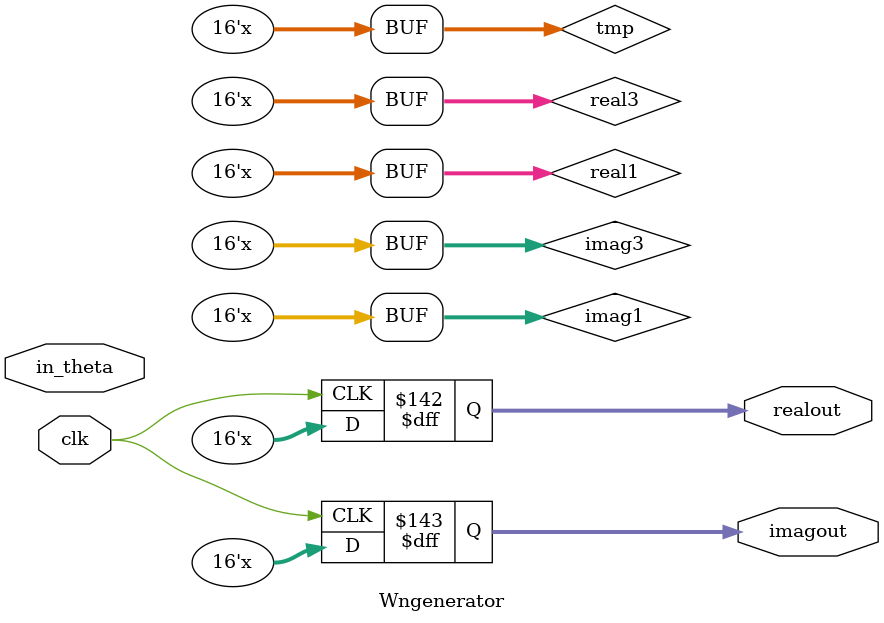
<source format=v>
module FFT_pipe(
input clk,
input [11:0] wn_exp,
input [15:0] a_r,
input [15:0] a_i,
input [15:0] b_r,
input [15:0] b_i,
input reset,
output reg [15:0] x_r,
output reg [15:0] x_i,
output reg [15:0] y_r,
output reg [15:0] y_i,
output reg [1:0] state);


//Defining the different stages
parameter WNGEN=2'b00;
parameter ADDSUB1=2'b01;
parameter MULT=2'b10;
parameter ADDSUB2=2'b11;

//reg [1:0] state;
reg [1:0] state_c;

reg flag;
reg [15:0] wn_re;
reg [15:0] wn_im;
reg [16:0] temp_r;
reg [16:0] temp_i;
reg [32:0] m1_temp;
reg [32:0] m2_temp;
reg [32:0] m3_temp;
reg [32:0] m4_temp;
reg [15:0] m1;
reg [15:0] m2;
reg [15:0] m3;
reg [15:0] m4;
reg [15:0] x_re;
reg [15:0] x_im;
reg [15:0] y_re;
reg [15:0] y_im;

//For Wn generator output
wire [15:0] wn_r;
wire [15:0] wn_i;

always @ (posedge clk)
begin
state <= #1 state_c;
if(flag==1'b1) begin
x_r <= #1 x_re;
x_i <= #1 x_im;
y_r <= #1 y_re;
y_i <= #1 y_im;
end
end


//Instantiate your Wn generator
Wngenerator wngen(clk,wn_exp,wn_r,wn_i);


always @ (state or reset) begin

state_c=WNGEN;

case(state)
WNGEN:
begin

flag=1'b0;
wn_re=wn_r;
wn_im=wn_i;
state_c=ADDSUB1;
end

ADDSUB1:
begin

temp_r={a_r[15],a_r}-{b_r[15],b_r};
temp_i={a_i[15],a_i}-{b_i[15],b_i};
state_c=MULT;
end

MULT:
begin

m1_temp=(wn_re)*(temp_r);
m2_temp=(wn_im)*(temp_i);
m3_temp=(wn_re)*(temp_i);
m4_temp=(wn_im)*(temp_r);
m1=m1_temp[32:17]+16'b0000100000000000;
m2=m2_temp[32:17]+16'b0000100000000000;
m3=m3_temp[32:17]+16'b0000100000000000;
m4=m4_temp[32:17]+16'b0000100000000000;
state_c=ADDSUB2;
end

ADDSUB2:
begin

flag=1'b1;
x_re=a_r+b_r;
x_im=a_i+b_i;
y_re=m1-m2;
y_im=m3+m4;
state_c=WNGEN;
end

endcase

if(reset==1'b1)
begin
state_c=WNGEN;
flag=1'b0;
end

end 

endmodule

module Wngenerator(
input clk,
input [11:0] in_theta,
output reg [15:0]realout,
output reg [15:0]imagout);


//wire [11:0]in_theta;
//wire clk;
//reg [15:0]realout;
//reg [15:0]imagout;

reg [11:0]theta;
reg [11:0]thegen1;
reg [11:0]thegen;
reg [15:0]real3;
reg [15:0]imag3;
reg [15:0]real2;
reg [15:0]imag2;
reg [15:0]real1;
reg [15:0]imag1;
reg [15:0]tmp;

always@(posedge clk)begin
theta<= #1 in_theta;
realout<= #1 real3;
imagout<= #1 imag3;
end

always @(*) begin
if (theta<=12'b010000000000)begin
    thegen = theta;
    real3 =real1;
    imag3=imag1; end
else if (theta<=12'b100000000000 && theta>12'b010000000000)begin
    thegen = 12'b100000000000-theta;
    real3 =~real1+1'b1;
    imag3=imag1; end
else if (theta<=12'b110000000000 && theta>12'b100000000000)begin
    thegen = theta-12'b100000000000;
    real3 = ~real1+1'b1;
    imag3=~imag1+1'b1; end
else if (theta<=12'b111111111111 && theta>12'b110000000000)begin
    thegen = 12'b111111111111-theta+1'b1;
    real3 = real1;
    imag3=~imag1+1'b1; end
end
always @(*)begin
if (thegen>12'b001000000000)begin
    thegen1=12'b010000000000-thegen;
    tmp=imag1;    
    imag1=real1;    
    real1=tmp;
end
else if(thegen<=12'b001000000000)begin
    thegen1=thegen;
end
end

always @(thegen1) begin
  case (thegen1)
    12'b000000000000: begin  real1=16'b0100000000000000; imag1=16'b0000000000000000;  end  // angle = 0.000000 pi
    12'b000000000001: begin  real1=16'b0100000000000000; imag1=16'b0000000000011001;  end  // angle = 0.000488 pi
    12'b000000000010: begin  real1=16'b0100000000000000; imag1=16'b0000000000110010;  end  // angle = 0.000977 pi
    12'b000000000011: begin  real1=16'b0100000000000000; imag1=16'b0000000001001011;  end  // angle = 0.001465 pi
    12'b000000000100: begin  real1=16'b0100000000000000; imag1=16'b0000000001100101;  end  // angle = 0.001953 pi
    12'b000000000101: begin  real1=16'b0100000000000000; imag1=16'b0000000001111110;  end  // angle = 0.002441 pi
    12'b000000000110: begin  real1=16'b0011111111111111; imag1=16'b0000000010010111;  end  // angle = 0.002930 pi
    12'b000000000111: begin  real1=16'b0011111111111111; imag1=16'b0000000010110000;  end  // angle = 0.003418 pi
    12'b000000001000: begin  real1=16'b0011111111111111; imag1=16'b0000000011001001;  end  // angle = 0.003906 pi
    12'b000000001001: begin  real1=16'b0011111111111110; imag1=16'b0000000011100010;  end  // angle = 0.004395 pi
    12'b000000001010: begin  real1=16'b0011111111111110; imag1=16'b0000000011111011;  end  // angle = 0.004883 pi
    12'b000000001011: begin  real1=16'b0011111111111110; imag1=16'b0000000100010100;  end  // angle = 0.005371 pi
    12'b000000001100: begin  real1=16'b0011111111111101; imag1=16'b0000000100101110;  end  // angle = 0.005859 pi
    12'b000000001101: begin  real1=16'b0011111111111101; imag1=16'b0000000101000111;  end  // angle = 0.006348 pi
    12'b000000001110: begin  real1=16'b0011111111111100; imag1=16'b0000000101100000;  end  // angle = 0.006836 pi
    12'b000000001111: begin  real1=16'b0011111111111100; imag1=16'b0000000101111001;  end  // angle = 0.007324 pi
    12'b000000010000: begin  real1=16'b0011111111111011; imag1=16'b0000000110010010;  end  // angle = 0.007812 pi
    12'b000000010001: begin  real1=16'b0011111111111010; imag1=16'b0000000110101011;  end  // angle = 0.008301 pi
    12'b000000010010: begin  real1=16'b0011111111111010; imag1=16'b0000000111000100;  end  // angle = 0.008789 pi
    12'b000000010011: begin  real1=16'b0011111111111001; imag1=16'b0000000111011101;  end  // angle = 0.009277 pi
    12'b000000010100: begin  real1=16'b0011111111111000; imag1=16'b0000000111110111;  end  // angle = 0.009766 pi
    12'b000000010101: begin  real1=16'b0011111111110111; imag1=16'b0000001000010000;  end  // angle = 0.010254 pi
    12'b000000010110: begin  real1=16'b0011111111110111; imag1=16'b0000001000101001;  end  // angle = 0.010742 pi
    12'b000000010111: begin  real1=16'b0011111111110110; imag1=16'b0000001001000010;  end  // angle = 0.011230 pi
    12'b000000011000: begin  real1=16'b0011111111110101; imag1=16'b0000001001011011;  end  // angle = 0.011719 pi
    12'b000000011001: begin  real1=16'b0011111111110100; imag1=16'b0000001001110100;  end  // angle = 0.012207 pi
    12'b000000011010: begin  real1=16'b0011111111110011; imag1=16'b0000001010001101;  end  // angle = 0.012695 pi
    12'b000000011011: begin  real1=16'b0011111111110010; imag1=16'b0000001010100110;  end  // angle = 0.013184 pi
    12'b000000011100: begin  real1=16'b0011111111110001; imag1=16'b0000001011000000;  end  // angle = 0.013672 pi
    12'b000000011101: begin  real1=16'b0011111111110000; imag1=16'b0000001011011001;  end  // angle = 0.014160 pi
    12'b000000011110: begin  real1=16'b0011111111101111; imag1=16'b0000001011110010;  end  // angle = 0.014648 pi
    12'b000000011111: begin  real1=16'b0011111111101101; imag1=16'b0000001100001011;  end  // angle = 0.015137 pi
    12'b000000100000: begin  real1=16'b0011111111101100; imag1=16'b0000001100100100;  end  // angle = 0.015625 pi
    12'b000000100001: begin  real1=16'b0011111111101011; imag1=16'b0000001100111101;  end  // angle = 0.016113 pi
    12'b000000100010: begin  real1=16'b0011111111101010; imag1=16'b0000001101010110;  end  // angle = 0.016602 pi
    12'b000000100011: begin  real1=16'b0011111111101000; imag1=16'b0000001101101111;  end  // angle = 0.017090 pi
    12'b000000100100: begin  real1=16'b0011111111100111; imag1=16'b0000001110001000;  end  // angle = 0.017578 pi
    12'b000000100101: begin  real1=16'b0011111111100110; imag1=16'b0000001110100001;  end  // angle = 0.018066 pi
    12'b000000100110: begin  real1=16'b0011111111100100; imag1=16'b0000001110111011;  end  // angle = 0.018555 pi
    12'b000000100111: begin  real1=16'b0011111111100011; imag1=16'b0000001111010100;  end  // angle = 0.019043 pi
    12'b000000101000: begin  real1=16'b0011111111100001; imag1=16'b0000001111101101;  end  // angle = 0.019531 pi
    12'b000000101001: begin  real1=16'b0011111111100000; imag1=16'b0000010000000110;  end  // angle = 0.020020 pi
    12'b000000101010: begin  real1=16'b0011111111011110; imag1=16'b0000010000011111;  end  // angle = 0.020508 pi
    12'b000000101011: begin  real1=16'b0011111111011100; imag1=16'b0000010000111000;  end  // angle = 0.020996 pi
    12'b000000101100: begin  real1=16'b0011111111011011; imag1=16'b0000010001010001;  end  // angle = 0.021484 pi
    12'b000000101101: begin  real1=16'b0011111111011001; imag1=16'b0000010001101010;  end  // angle = 0.021973 pi
    12'b000000101110: begin  real1=16'b0011111111010111; imag1=16'b0000010010000011;  end  // angle = 0.022461 pi
    12'b000000101111: begin  real1=16'b0011111111010101; imag1=16'b0000010010011100;  end  // angle = 0.022949 pi
    12'b000000110000: begin  real1=16'b0011111111010100; imag1=16'b0000010010110101;  end  // angle = 0.023438 pi
    12'b000000110001: begin  real1=16'b0011111111010010; imag1=16'b0000010011001110;  end  // angle = 0.023926 pi
    12'b000000110010: begin  real1=16'b0011111111010000; imag1=16'b0000010011100111;  end  // angle = 0.024414 pi
    12'b000000110011: begin  real1=16'b0011111111001110; imag1=16'b0000010100000000;  end  // angle = 0.024902 pi
    12'b000000110100: begin  real1=16'b0011111111001100; imag1=16'b0000010100011010;  end  // angle = 0.025391 pi
    12'b000000110101: begin  real1=16'b0011111111001010; imag1=16'b0000010100110011;  end  // angle = 0.025879 pi
    12'b000000110110: begin  real1=16'b0011111111001000; imag1=16'b0000010101001100;  end  // angle = 0.026367 pi
    12'b000000110111: begin  real1=16'b0011111111000110; imag1=16'b0000010101100101;  end  // angle = 0.026855 pi
    12'b000000111000: begin  real1=16'b0011111111000100; imag1=16'b0000010101111110;  end  // angle = 0.027344 pi
    12'b000000111001: begin  real1=16'b0011111111000001; imag1=16'b0000010110010111;  end  // angle = 0.027832 pi
    12'b000000111010: begin  real1=16'b0011111110111111; imag1=16'b0000010110110000;  end  // angle = 0.028320 pi
    12'b000000111011: begin  real1=16'b0011111110111101; imag1=16'b0000010111001001;  end  // angle = 0.028809 pi
    12'b000000111100: begin  real1=16'b0011111110111011; imag1=16'b0000010111100010;  end  // angle = 0.029297 pi
    12'b000000111101: begin  real1=16'b0011111110111000; imag1=16'b0000010111111011;  end  // angle = 0.029785 pi
    12'b000000111110: begin  real1=16'b0011111110110110; imag1=16'b0000011000010100;  end  // angle = 0.030273 pi
    12'b000000111111: begin  real1=16'b0011111110110100; imag1=16'b0000011000101101;  end  // angle = 0.030762 pi
    12'b000001000000: begin  real1=16'b0011111110110001; imag1=16'b0000011001000110;  end  // angle = 0.031250 pi
    12'b000001000001: begin  real1=16'b0011111110101111; imag1=16'b0000011001011111;  end  // angle = 0.031738 pi
    12'b000001000010: begin  real1=16'b0011111110101100; imag1=16'b0000011001111000;  end  // angle = 0.032227 pi
    12'b000001000011: begin  real1=16'b0011111110101010; imag1=16'b0000011010010001;  end  // angle = 0.032715 pi
    12'b000001000100: begin  real1=16'b0011111110100111; imag1=16'b0000011010101010;  end  // angle = 0.033203 pi
    12'b000001000101: begin  real1=16'b0011111110100100; imag1=16'b0000011011000011;  end  // angle = 0.033691 pi
    12'b000001000110: begin  real1=16'b0011111110100010; imag1=16'b0000011011011100;  end  // angle = 0.034180 pi
    12'b000001000111: begin  real1=16'b0011111110011111; imag1=16'b0000011011110101;  end  // angle = 0.034668 pi
    12'b000001001000: begin  real1=16'b0011111110011100; imag1=16'b0000011100001110;  end  // angle = 0.035156 pi
    12'b000001001001: begin  real1=16'b0011111110011001; imag1=16'b0000011100100111;  end  // angle = 0.035645 pi
    12'b000001001010: begin  real1=16'b0011111110010111; imag1=16'b0000011101000000;  end  // angle = 0.036133 pi
    12'b000001001011: begin  real1=16'b0011111110010100; imag1=16'b0000011101011001;  end  // angle = 0.036621 pi
    12'b000001001100: begin  real1=16'b0011111110010001; imag1=16'b0000011101110010;  end  // angle = 0.037109 pi
    12'b000001001101: begin  real1=16'b0011111110001110; imag1=16'b0000011110001011;  end  // angle = 0.037598 pi
    12'b000001001110: begin  real1=16'b0011111110001011; imag1=16'b0000011110100100;  end  // angle = 0.038086 pi
    12'b000001001111: begin  real1=16'b0011111110001000; imag1=16'b0000011110111101;  end  // angle = 0.038574 pi
    12'b000001010000: begin  real1=16'b0011111110000101; imag1=16'b0000011111010110;  end  // angle = 0.039062 pi
    12'b000001010001: begin  real1=16'b0011111110000010; imag1=16'b0000011111101111;  end  // angle = 0.039551 pi
    12'b000001010010: begin  real1=16'b0011111101111111; imag1=16'b0000100000000111;  end  // angle = 0.040039 pi
    12'b000001010011: begin  real1=16'b0011111101111011; imag1=16'b0000100000100000;  end  // angle = 0.040527 pi
    12'b000001010100: begin  real1=16'b0011111101111000; imag1=16'b0000100000111001;  end  // angle = 0.041016 pi
    12'b000001010101: begin  real1=16'b0011111101110101; imag1=16'b0000100001010010;  end  // angle = 0.041504 pi
    12'b000001010110: begin  real1=16'b0011111101110010; imag1=16'b0000100001101011;  end  // angle = 0.041992 pi
    12'b000001010111: begin  real1=16'b0011111101101110; imag1=16'b0000100010000100;  end  // angle = 0.042480 pi
    12'b000001011000: begin  real1=16'b0011111101101011; imag1=16'b0000100010011101;  end  // angle = 0.042969 pi
    12'b000001011001: begin  real1=16'b0011111101101000; imag1=16'b0000100010110110;  end  // angle = 0.043457 pi
    12'b000001011010: begin  real1=16'b0011111101100100; imag1=16'b0000100011001111;  end  // angle = 0.043945 pi
    12'b000001011011: begin  real1=16'b0011111101100001; imag1=16'b0000100011101000;  end  // angle = 0.044434 pi
    12'b000001011100: begin  real1=16'b0011111101011101; imag1=16'b0000100100000001;  end  // angle = 0.044922 pi
    12'b000001011101: begin  real1=16'b0011111101011010; imag1=16'b0000100100011001;  end  // angle = 0.045410 pi
    12'b000001011110: begin  real1=16'b0011111101010110; imag1=16'b0000100100110010;  end  // angle = 0.045898 pi
    12'b000001011111: begin  real1=16'b0011111101010010; imag1=16'b0000100101001011;  end  // angle = 0.046387 pi
    12'b000001100000: begin  real1=16'b0011111101001111; imag1=16'b0000100101100100;  end  // angle = 0.046875 pi
    12'b000001100001: begin  real1=16'b0011111101001011; imag1=16'b0000100101111101;  end  // angle = 0.047363 pi
    12'b000001100010: begin  real1=16'b0011111101000111; imag1=16'b0000100110010110;  end  // angle = 0.047852 pi
    12'b000001100011: begin  real1=16'b0011111101000011; imag1=16'b0000100110101111;  end  // angle = 0.048340 pi
    12'b000001100100: begin  real1=16'b0011111101000000; imag1=16'b0000100111000111;  end  // angle = 0.048828 pi
    12'b000001100101: begin  real1=16'b0011111100111100; imag1=16'b0000100111100000;  end  // angle = 0.049316 pi
    12'b000001100110: begin  real1=16'b0011111100111000; imag1=16'b0000100111111001;  end  // angle = 0.049805 pi
    12'b000001100111: begin  real1=16'b0011111100110100; imag1=16'b0000101000010010;  end  // angle = 0.050293 pi
    12'b000001101000: begin  real1=16'b0011111100110000; imag1=16'b0000101000101011;  end  // angle = 0.050781 pi
    12'b000001101001: begin  real1=16'b0011111100101100; imag1=16'b0000101001000100;  end  // angle = 0.051270 pi
    12'b000001101010: begin  real1=16'b0011111100101000; imag1=16'b0000101001011100;  end  // angle = 0.051758 pi
    12'b000001101011: begin  real1=16'b0011111100100100; imag1=16'b0000101001110101;  end  // angle = 0.052246 pi
    12'b000001101100: begin  real1=16'b0011111100100000; imag1=16'b0000101010001110;  end  // angle = 0.052734 pi
    12'b000001101101: begin  real1=16'b0011111100011100; imag1=16'b0000101010100111;  end  // angle = 0.053223 pi
    12'b000001101110: begin  real1=16'b0011111100010111; imag1=16'b0000101011000000;  end  // angle = 0.053711 pi
    12'b000001101111: begin  real1=16'b0011111100010011; imag1=16'b0000101011011000;  end  // angle = 0.054199 pi
    12'b000001110000: begin  real1=16'b0011111100001111; imag1=16'b0000101011110001;  end  // angle = 0.054688 pi
    12'b000001110001: begin  real1=16'b0011111100001010; imag1=16'b0000101100001010;  end  // angle = 0.055176 pi
    12'b000001110010: begin  real1=16'b0011111100000110; imag1=16'b0000101100100011;  end  // angle = 0.055664 pi
    12'b000001110011: begin  real1=16'b0011111100000010; imag1=16'b0000101100111011;  end  // angle = 0.056152 pi
    12'b000001110100: begin  real1=16'b0011111011111101; imag1=16'b0000101101010100;  end  // angle = 0.056641 pi
    12'b000001110101: begin  real1=16'b0011111011111001; imag1=16'b0000101101101101;  end  // angle = 0.057129 pi
    12'b000001110110: begin  real1=16'b0011111011110100; imag1=16'b0000101110000101;  end  // angle = 0.057617 pi
    12'b000001110111: begin  real1=16'b0011111011110000; imag1=16'b0000101110011110;  end  // angle = 0.058105 pi
    12'b000001111000: begin  real1=16'b0011111011101011; imag1=16'b0000101110110111;  end  // angle = 0.058594 pi
    12'b000001111001: begin  real1=16'b0011111011100111; imag1=16'b0000101111010000;  end  // angle = 0.059082 pi
    12'b000001111010: begin  real1=16'b0011111011100010; imag1=16'b0000101111101000;  end  // angle = 0.059570 pi
    12'b000001111011: begin  real1=16'b0011111011011101; imag1=16'b0000110000000001;  end  // angle = 0.060059 pi
    12'b000001111100: begin  real1=16'b0011111011011000; imag1=16'b0000110000011010;  end  // angle = 0.060547 pi
    12'b000001111101: begin  real1=16'b0011111011010100; imag1=16'b0000110000110010;  end  // angle = 0.061035 pi
    12'b000001111110: begin  real1=16'b0011111011001111; imag1=16'b0000110001001011;  end  // angle = 0.061523 pi
    12'b000001111111: begin  real1=16'b0011111011001010; imag1=16'b0000110001100100;  end  // angle = 0.062012 pi
    12'b000010000000: begin  real1=16'b0011111011000101; imag1=16'b0000110001111100;  end  // angle = 0.062500 pi
    12'b000010000001: begin  real1=16'b0011111011000000; imag1=16'b0000110010010101;  end  // angle = 0.062988 pi
    12'b000010000010: begin  real1=16'b0011111010111011; imag1=16'b0000110010101110;  end  // angle = 0.063477 pi
    12'b000010000011: begin  real1=16'b0011111010110110; imag1=16'b0000110011000110;  end  // angle = 0.063965 pi
    12'b000010000100: begin  real1=16'b0011111010110001; imag1=16'b0000110011011111;  end  // angle = 0.064453 pi
    12'b000010000101: begin  real1=16'b0011111010101100; imag1=16'b0000110011111000;  end  // angle = 0.064941 pi
    12'b000010000110: begin  real1=16'b0011111010100111; imag1=16'b0000110100010000;  end  // angle = 0.065430 pi
    12'b000010000111: begin  real1=16'b0011111010100010; imag1=16'b0000110100101001;  end  // angle = 0.065918 pi
    12'b000010001000: begin  real1=16'b0011111010011101; imag1=16'b0000110101000001;  end  // angle = 0.066406 pi
    12'b000010001001: begin  real1=16'b0011111010011000; imag1=16'b0000110101011010;  end  // angle = 0.066895 pi
    12'b000010001010: begin  real1=16'b0011111010010010; imag1=16'b0000110101110010;  end  // angle = 0.067383 pi
    12'b000010001011: begin  real1=16'b0011111010001101; imag1=16'b0000110110001011;  end  // angle = 0.067871 pi
    12'b000010001100: begin  real1=16'b0011111010001000; imag1=16'b0000110110100100;  end  // angle = 0.068359 pi
    12'b000010001101: begin  real1=16'b0011111010000010; imag1=16'b0000110110111100;  end  // angle = 0.068848 pi
    12'b000010001110: begin  real1=16'b0011111001111101; imag1=16'b0000110111010101;  end  // angle = 0.069336 pi
    12'b000010001111: begin  real1=16'b0011111001110111; imag1=16'b0000110111101101;  end  // angle = 0.069824 pi
    12'b000010010000: begin  real1=16'b0011111001110010; imag1=16'b0000111000000110;  end  // angle = 0.070312 pi
    12'b000010010001: begin  real1=16'b0011111001101100; imag1=16'b0000111000011110;  end  // angle = 0.070801 pi
    12'b000010010010: begin  real1=16'b0011111001100111; imag1=16'b0000111000110111;  end  // angle = 0.071289 pi
    12'b000010010011: begin  real1=16'b0011111001100001; imag1=16'b0000111001001111;  end  // angle = 0.071777 pi
    12'b000010010100: begin  real1=16'b0011111001011100; imag1=16'b0000111001101000;  end  // angle = 0.072266 pi
    12'b000010010101: begin  real1=16'b0011111001010110; imag1=16'b0000111010000000;  end  // angle = 0.072754 pi
    12'b000010010110: begin  real1=16'b0011111001010000; imag1=16'b0000111010011001;  end  // angle = 0.073242 pi
    12'b000010010111: begin  real1=16'b0011111001001010; imag1=16'b0000111010110001;  end  // angle = 0.073730 pi
    12'b000010011000: begin  real1=16'b0011111001000101; imag1=16'b0000111011001010;  end  // angle = 0.074219 pi
    12'b000010011001: begin  real1=16'b0011111000111111; imag1=16'b0000111011100010;  end  // angle = 0.074707 pi
    12'b000010011010: begin  real1=16'b0011111000111001; imag1=16'b0000111011111011;  end  // angle = 0.075195 pi
    12'b000010011011: begin  real1=16'b0011111000110011; imag1=16'b0000111100010011;  end  // angle = 0.075684 pi
    12'b000010011100: begin  real1=16'b0011111000101101; imag1=16'b0000111100101011;  end  // angle = 0.076172 pi
    12'b000010011101: begin  real1=16'b0011111000100111; imag1=16'b0000111101000100;  end  // angle = 0.076660 pi
    12'b000010011110: begin  real1=16'b0011111000100001; imag1=16'b0000111101011100;  end  // angle = 0.077148 pi
    12'b000010011111: begin  real1=16'b0011111000011011; imag1=16'b0000111101110101;  end  // angle = 0.077637 pi
    12'b000010100000: begin  real1=16'b0011111000010101; imag1=16'b0000111110001101;  end  // angle = 0.078125 pi
    12'b000010100001: begin  real1=16'b0011111000001111; imag1=16'b0000111110100101;  end  // angle = 0.078613 pi
    12'b000010100010: begin  real1=16'b0011111000001001; imag1=16'b0000111110111110;  end  // angle = 0.079102 pi
    12'b000010100011: begin  real1=16'b0011111000000011; imag1=16'b0000111111010110;  end  // angle = 0.079590 pi
    12'b000010100100: begin  real1=16'b0011110111111100; imag1=16'b0000111111101110;  end  // angle = 0.080078 pi
    12'b000010100101: begin  real1=16'b0011110111110110; imag1=16'b0001000000000111;  end  // angle = 0.080566 pi
    12'b000010100110: begin  real1=16'b0011110111110000; imag1=16'b0001000000011111;  end  // angle = 0.081055 pi
    12'b000010100111: begin  real1=16'b0011110111101001; imag1=16'b0001000000110111;  end  // angle = 0.081543 pi
    12'b000010101000: begin  real1=16'b0011110111100011; imag1=16'b0001000001010000;  end  // angle = 0.082031 pi
    12'b000010101001: begin  real1=16'b0011110111011101; imag1=16'b0001000001101000;  end  // angle = 0.082520 pi
    12'b000010101010: begin  real1=16'b0011110111010110; imag1=16'b0001000010000000;  end  // angle = 0.083008 pi
    12'b000010101011: begin  real1=16'b0011110111010000; imag1=16'b0001000010011001;  end  // angle = 0.083496 pi
    12'b000010101100: begin  real1=16'b0011110111001001; imag1=16'b0001000010110001;  end  // angle = 0.083984 pi
    12'b000010101101: begin  real1=16'b0011110111000010; imag1=16'b0001000011001001;  end  // angle = 0.084473 pi
    12'b000010101110: begin  real1=16'b0011110110111100; imag1=16'b0001000011100001;  end  // angle = 0.084961 pi
    12'b000010101111: begin  real1=16'b0011110110110101; imag1=16'b0001000011111010;  end  // angle = 0.085449 pi
    12'b000010110000: begin  real1=16'b0011110110101111; imag1=16'b0001000100010010;  end  // angle = 0.085937 pi
    12'b000010110001: begin  real1=16'b0011110110101000; imag1=16'b0001000100101010;  end  // angle = 0.086426 pi
    12'b000010110010: begin  real1=16'b0011110110100001; imag1=16'b0001000101000010;  end  // angle = 0.086914 pi
    12'b000010110011: begin  real1=16'b0011110110011010; imag1=16'b0001000101011010;  end  // angle = 0.087402 pi
    12'b000010110100: begin  real1=16'b0011110110010011; imag1=16'b0001000101110011;  end  // angle = 0.087891 pi
    12'b000010110101: begin  real1=16'b0011110110001101; imag1=16'b0001000110001011;  end  // angle = 0.088379 pi
    12'b000010110110: begin  real1=16'b0011110110000110; imag1=16'b0001000110100011;  end  // angle = 0.088867 pi
    12'b000010110111: begin  real1=16'b0011110101111111; imag1=16'b0001000110111011;  end  // angle = 0.089355 pi
    12'b000010111000: begin  real1=16'b0011110101111000; imag1=16'b0001000111010011;  end  // angle = 0.089844 pi
    12'b000010111001: begin  real1=16'b0011110101110001; imag1=16'b0001000111101011;  end  // angle = 0.090332 pi
    12'b000010111010: begin  real1=16'b0011110101101010; imag1=16'b0001001000000100;  end  // angle = 0.090820 pi
    12'b000010111011: begin  real1=16'b0011110101100011; imag1=16'b0001001000011100;  end  // angle = 0.091309 pi
    12'b000010111100: begin  real1=16'b0011110101011011; imag1=16'b0001001000110100;  end  // angle = 0.091797 pi
    12'b000010111101: begin  real1=16'b0011110101010100; imag1=16'b0001001001001100;  end  // angle = 0.092285 pi
    12'b000010111110: begin  real1=16'b0011110101001101; imag1=16'b0001001001100100;  end  // angle = 0.092773 pi
    12'b000010111111: begin  real1=16'b0011110101000110; imag1=16'b0001001001111100;  end  // angle = 0.093262 pi
    12'b000011000000: begin  real1=16'b0011110100111111; imag1=16'b0001001010010100;  end  // angle = 0.093750 pi
    12'b000011000001: begin  real1=16'b0011110100110111; imag1=16'b0001001010101100;  end  // angle = 0.094238 pi
    12'b000011000010: begin  real1=16'b0011110100110000; imag1=16'b0001001011000100;  end  // angle = 0.094727 pi
    12'b000011000011: begin  real1=16'b0011110100101000; imag1=16'b0001001011011100;  end  // angle = 0.095215 pi
    12'b000011000100: begin  real1=16'b0011110100100001; imag1=16'b0001001011110100;  end  // angle = 0.095703 pi
    12'b000011000101: begin  real1=16'b0011110100011010; imag1=16'b0001001100001100;  end  // angle = 0.096191 pi
    12'b000011000110: begin  real1=16'b0011110100010010; imag1=16'b0001001100100100;  end  // angle = 0.096680 pi
    12'b000011000111: begin  real1=16'b0011110100001011; imag1=16'b0001001100111100;  end  // angle = 0.097168 pi
    12'b000011001000: begin  real1=16'b0011110100000011; imag1=16'b0001001101010100;  end  // angle = 0.097656 pi
    12'b000011001001: begin  real1=16'b0011110011111011; imag1=16'b0001001101101100;  end  // angle = 0.098145 pi
    12'b000011001010: begin  real1=16'b0011110011110100; imag1=16'b0001001110000100;  end  // angle = 0.098633 pi
    12'b000011001011: begin  real1=16'b0011110011101100; imag1=16'b0001001110011100;  end  // angle = 0.099121 pi
    12'b000011001100: begin  real1=16'b0011110011100100; imag1=16'b0001001110110100;  end  // angle = 0.099609 pi
    12'b000011001101: begin  real1=16'b0011110011011101; imag1=16'b0001001111001100;  end  // angle = 0.100098 pi
    12'b000011001110: begin  real1=16'b0011110011010101; imag1=16'b0001001111100100;  end  // angle = 0.100586 pi
    12'b000011001111: begin  real1=16'b0011110011001101; imag1=16'b0001001111111011;  end  // angle = 0.101074 pi
    12'b000011010000: begin  real1=16'b0011110011000101; imag1=16'b0001010000010011;  end  // angle = 0.101563 pi
    12'b000011010001: begin  real1=16'b0011110010111101; imag1=16'b0001010000101011;  end  // angle = 0.102051 pi
    12'b000011010010: begin  real1=16'b0011110010110101; imag1=16'b0001010001000011;  end  // angle = 0.102539 pi
    12'b000011010011: begin  real1=16'b0011110010101101; imag1=16'b0001010001011011;  end  // angle = 0.103027 pi
    12'b000011010100: begin  real1=16'b0011110010100101; imag1=16'b0001010001110011;  end  // angle = 0.103516 pi
    12'b000011010101: begin  real1=16'b0011110010011101; imag1=16'b0001010010001011;  end  // angle = 0.104004 pi
    12'b000011010110: begin  real1=16'b0011110010010101; imag1=16'b0001010010100010;  end  // angle = 0.104492 pi
    12'b000011010111: begin  real1=16'b0011110010001101; imag1=16'b0001010010111010;  end  // angle = 0.104980 pi
    12'b000011011000: begin  real1=16'b0011110010000101; imag1=16'b0001010011010010;  end  // angle = 0.105469 pi
    12'b000011011001: begin  real1=16'b0011110001111101; imag1=16'b0001010011101010;  end  // angle = 0.105957 pi
    12'b000011011010: begin  real1=16'b0011110001110100; imag1=16'b0001010100000001;  end  // angle = 0.106445 pi
    12'b000011011011: begin  real1=16'b0011110001101100; imag1=16'b0001010100011001;  end  // angle = 0.106934 pi
    12'b000011011100: begin  real1=16'b0011110001100100; imag1=16'b0001010100110001;  end  // angle = 0.107422 pi
    12'b000011011101: begin  real1=16'b0011110001011011; imag1=16'b0001010101001001;  end  // angle = 0.107910 pi
    12'b000011011110: begin  real1=16'b0011110001010011; imag1=16'b0001010101100000;  end  // angle = 0.108398 pi
    12'b000011011111: begin  real1=16'b0011110001001011; imag1=16'b0001010101111000;  end  // angle = 0.108887 pi
    12'b000011100000: begin  real1=16'b0011110001000010; imag1=16'b0001010110010000;  end  // angle = 0.109375 pi
    12'b000011100001: begin  real1=16'b0011110000111010; imag1=16'b0001010110100111;  end  // angle = 0.109863 pi
    12'b000011100010: begin  real1=16'b0011110000110001; imag1=16'b0001010110111111;  end  // angle = 0.110352 pi
    12'b000011100011: begin  real1=16'b0011110000101001; imag1=16'b0001010111010111;  end  // angle = 0.110840 pi
    12'b000011100100: begin  real1=16'b0011110000100000; imag1=16'b0001010111101110;  end  // angle = 0.111328 pi
    12'b000011100101: begin  real1=16'b0011110000010111; imag1=16'b0001011000000110;  end  // angle = 0.111816 pi
    12'b000011100110: begin  real1=16'b0011110000001111; imag1=16'b0001011000011101;  end  // angle = 0.112305 pi
    12'b000011100111: begin  real1=16'b0011110000000110; imag1=16'b0001011000110101;  end  // angle = 0.112793 pi
    12'b000011101000: begin  real1=16'b0011101111111101; imag1=16'b0001011001001100;  end  // angle = 0.113281 pi
    12'b000011101001: begin  real1=16'b0011101111110101; imag1=16'b0001011001100100;  end  // angle = 0.113770 pi
    12'b000011101010: begin  real1=16'b0011101111101100; imag1=16'b0001011001111100;  end  // angle = 0.114258 pi
    12'b000011101011: begin  real1=16'b0011101111100011; imag1=16'b0001011010010011;  end  // angle = 0.114746 pi
    12'b000011101100: begin  real1=16'b0011101111011010; imag1=16'b0001011010101011;  end  // angle = 0.115234 pi
    12'b000011101101: begin  real1=16'b0011101111010001; imag1=16'b0001011011000010;  end  // angle = 0.115723 pi
    12'b000011101110: begin  real1=16'b0011101111001000; imag1=16'b0001011011011010;  end  // angle = 0.116211 pi
    12'b000011101111: begin  real1=16'b0011101110111111; imag1=16'b0001011011110001;  end  // angle = 0.116699 pi
    12'b000011110000: begin  real1=16'b0011101110110110; imag1=16'b0001011100001001;  end  // angle = 0.117187 pi
    12'b000011110001: begin  real1=16'b0011101110101101; imag1=16'b0001011100100000;  end  // angle = 0.117676 pi
    12'b000011110010: begin  real1=16'b0011101110100100; imag1=16'b0001011100110111;  end  // angle = 0.118164 pi
    12'b000011110011: begin  real1=16'b0011101110011011; imag1=16'b0001011101001111;  end  // angle = 0.118652 pi
    12'b000011110100: begin  real1=16'b0011101110010010; imag1=16'b0001011101100110;  end  // angle = 0.119141 pi
    12'b000011110101: begin  real1=16'b0011101110001000; imag1=16'b0001011101111110;  end  // angle = 0.119629 pi
    12'b000011110110: begin  real1=16'b0011101101111111; imag1=16'b0001011110010101;  end  // angle = 0.120117 pi
    12'b000011110111: begin  real1=16'b0011101101110110; imag1=16'b0001011110101100;  end  // angle = 0.120605 pi
    12'b000011111000: begin  real1=16'b0011101101101101; imag1=16'b0001011111000100;  end  // angle = 0.121094 pi
    12'b000011111001: begin  real1=16'b0011101101100011; imag1=16'b0001011111011011;  end  // angle = 0.121582 pi
    12'b000011111010: begin  real1=16'b0011101101011010; imag1=16'b0001011111110010;  end  // angle = 0.122070 pi
    12'b000011111011: begin  real1=16'b0011101101010000; imag1=16'b0001100000001010;  end  // angle = 0.122559 pi
    12'b000011111100: begin  real1=16'b0011101101000111; imag1=16'b0001100000100001;  end  // angle = 0.123047 pi
    12'b000011111101: begin  real1=16'b0011101100111110; imag1=16'b0001100000111000;  end  // angle = 0.123535 pi
    12'b000011111110: begin  real1=16'b0011101100110100; imag1=16'b0001100001001111;  end  // angle = 0.124023 pi
    12'b000011111111: begin  real1=16'b0011101100101010; imag1=16'b0001100001100111;  end  // angle = 0.124512 pi
    12'b000100000000: begin  real1=16'b0011101100100001; imag1=16'b0001100001111110;  end  // angle = 0.125000 pi
    12'b000100000001: begin  real1=16'b0011101100010111; imag1=16'b0001100010010101;  end  // angle = 0.125488 pi
    12'b000100000010: begin  real1=16'b0011101100001110; imag1=16'b0001100010101100;  end  // angle = 0.125977 pi
    12'b000100000011: begin  real1=16'b0011101100000100; imag1=16'b0001100011000011;  end  // angle = 0.126465 pi
    12'b000100000100: begin  real1=16'b0011101011111010; imag1=16'b0001100011011011;  end  // angle = 0.126953 pi
    12'b000100000101: begin  real1=16'b0011101011110000; imag1=16'b0001100011110010;  end  // angle = 0.127441 pi
    12'b000100000110: begin  real1=16'b0011101011100110; imag1=16'b0001100100001001;  end  // angle = 0.127930 pi
    12'b000100000111: begin  real1=16'b0011101011011101; imag1=16'b0001100100100000;  end  // angle = 0.128418 pi
    12'b000100001000: begin  real1=16'b0011101011010011; imag1=16'b0001100100110111;  end  // angle = 0.128906 pi
    12'b000100001001: begin  real1=16'b0011101011001001; imag1=16'b0001100101001110;  end  // angle = 0.129395 pi
    12'b000100001010: begin  real1=16'b0011101010111111; imag1=16'b0001100101100101;  end  // angle = 0.129883 pi
    12'b000100001011: begin  real1=16'b0011101010110101; imag1=16'b0001100101111100;  end  // angle = 0.130371 pi
    12'b000100001100: begin  real1=16'b0011101010101011; imag1=16'b0001100110010011;  end  // angle = 0.130859 pi
    12'b000100001101: begin  real1=16'b0011101010100001; imag1=16'b0001100110101010;  end  // angle = 0.131348 pi
    12'b000100001110: begin  real1=16'b0011101010010111; imag1=16'b0001100111000001;  end  // angle = 0.131836 pi
    12'b000100001111: begin  real1=16'b0011101010001101; imag1=16'b0001100111011000;  end  // angle = 0.132324 pi
    12'b000100010000: begin  real1=16'b0011101010000010; imag1=16'b0001100111101111;  end  // angle = 0.132812 pi
    12'b000100010001: begin  real1=16'b0011101001111000; imag1=16'b0001101000000110;  end  // angle = 0.133301 pi
    12'b000100010010: begin  real1=16'b0011101001101110; imag1=16'b0001101000011101;  end  // angle = 0.133789 pi
    12'b000100010011: begin  real1=16'b0011101001100100; imag1=16'b0001101000110100;  end  // angle = 0.134277 pi
    12'b000100010100: begin  real1=16'b0011101001011001; imag1=16'b0001101001001011;  end  // angle = 0.134766 pi
    12'b000100010101: begin  real1=16'b0011101001001111; imag1=16'b0001101001100010;  end  // angle = 0.135254 pi
    12'b000100010110: begin  real1=16'b0011101001000101; imag1=16'b0001101001111001;  end  // angle = 0.135742 pi
    12'b000100010111: begin  real1=16'b0011101000111010; imag1=16'b0001101010010000;  end  // angle = 0.136230 pi
    12'b000100011000: begin  real1=16'b0011101000110000; imag1=16'b0001101010100111;  end  // angle = 0.136719 pi
    12'b000100011001: begin  real1=16'b0011101000100101; imag1=16'b0001101010111110;  end  // angle = 0.137207 pi
    12'b000100011010: begin  real1=16'b0011101000011011; imag1=16'b0001101011010100;  end  // angle = 0.137695 pi
    12'b000100011011: begin  real1=16'b0011101000010000; imag1=16'b0001101011101011;  end  // angle = 0.138184 pi
    12'b000100011100: begin  real1=16'b0011101000000110; imag1=16'b0001101100000010;  end  // angle = 0.138672 pi
    12'b000100011101: begin  real1=16'b0011100111111011; imag1=16'b0001101100011001;  end  // angle = 0.139160 pi
    12'b000100011110: begin  real1=16'b0011100111110000; imag1=16'b0001101100110000;  end  // angle = 0.139648 pi
    12'b000100011111: begin  real1=16'b0011100111100110; imag1=16'b0001101101000110;  end  // angle = 0.140137 pi
    12'b000100100000: begin  real1=16'b0011100111011011; imag1=16'b0001101101011101;  end  // angle = 0.140625 pi
    12'b000100100001: begin  real1=16'b0011100111010000; imag1=16'b0001101101110100;  end  // angle = 0.141113 pi
    12'b000100100010: begin  real1=16'b0011100111000101; imag1=16'b0001101110001010;  end  // angle = 0.141602 pi
    12'b000100100011: begin  real1=16'b0011100110111011; imag1=16'b0001101110100001;  end  // angle = 0.142090 pi
    12'b000100100100: begin  real1=16'b0011100110110000; imag1=16'b0001101110111000;  end  // angle = 0.142578 pi
    12'b000100100101: begin  real1=16'b0011100110100101; imag1=16'b0001101111001110;  end  // angle = 0.143066 pi
    12'b000100100110: begin  real1=16'b0011100110011010; imag1=16'b0001101111100101;  end  // angle = 0.143555 pi
    12'b000100100111: begin  real1=16'b0011100110001111; imag1=16'b0001101111111100;  end  // angle = 0.144043 pi
    12'b000100101000: begin  real1=16'b0011100110000100; imag1=16'b0001110000010010;  end  // angle = 0.144531 pi
    12'b000100101001: begin  real1=16'b0011100101111001; imag1=16'b0001110000101001;  end  // angle = 0.145020 pi
    12'b000100101010: begin  real1=16'b0011100101101110; imag1=16'b0001110000111111;  end  // angle = 0.145508 pi
    12'b000100101011: begin  real1=16'b0011100101100011; imag1=16'b0001110001010110;  end  // angle = 0.145996 pi
    12'b000100101100: begin  real1=16'b0011100101011000; imag1=16'b0001110001101100;  end  // angle = 0.146484 pi
    12'b000100101101: begin  real1=16'b0011100101001100; imag1=16'b0001110010000011;  end  // angle = 0.146973 pi
    12'b000100101110: begin  real1=16'b0011100101000001; imag1=16'b0001110010011001;  end  // angle = 0.147461 pi
    12'b000100101111: begin  real1=16'b0011100100110110; imag1=16'b0001110010110000;  end  // angle = 0.147949 pi
    12'b000100110000: begin  real1=16'b0011100100101011; imag1=16'b0001110011000110;  end  // angle = 0.148438 pi
    12'b000100110001: begin  real1=16'b0011100100011111; imag1=16'b0001110011011101;  end  // angle = 0.148926 pi
    12'b000100110010: begin  real1=16'b0011100100010100; imag1=16'b0001110011110011;  end  // angle = 0.149414 pi
    12'b000100110011: begin  real1=16'b0011100100001001; imag1=16'b0001110100001010;  end  // angle = 0.149902 pi
    12'b000100110100: begin  real1=16'b0011100011111101; imag1=16'b0001110100100000;  end  // angle = 0.150391 pi
    12'b000100110101: begin  real1=16'b0011100011110010; imag1=16'b0001110100110110;  end  // angle = 0.150879 pi
    12'b000100110110: begin  real1=16'b0011100011100110; imag1=16'b0001110101001101;  end  // angle = 0.151367 pi
    12'b000100110111: begin  real1=16'b0011100011011011; imag1=16'b0001110101100011;  end  // angle = 0.151855 pi
    12'b000100111000: begin  real1=16'b0011100011001111; imag1=16'b0001110101111001;  end  // angle = 0.152344 pi
    12'b000100111001: begin  real1=16'b0011100011000011; imag1=16'b0001110110010000;  end  // angle = 0.152832 pi
    12'b000100111010: begin  real1=16'b0011100010111000; imag1=16'b0001110110100110;  end  // angle = 0.153320 pi
    12'b000100111011: begin  real1=16'b0011100010101100; imag1=16'b0001110110111100;  end  // angle = 0.153809 pi
    12'b000100111100: begin  real1=16'b0011100010100001; imag1=16'b0001110111010011;  end  // angle = 0.154297 pi
    12'b000100111101: begin  real1=16'b0011100010010101; imag1=16'b0001110111101001;  end  // angle = 0.154785 pi
    12'b000100111110: begin  real1=16'b0011100010001001; imag1=16'b0001110111111111;  end  // angle = 0.155273 pi
    12'b000100111111: begin  real1=16'b0011100001111101; imag1=16'b0001111000010101;  end  // angle = 0.155762 pi
    12'b000101000000: begin  real1=16'b0011100001110001; imag1=16'b0001111000101011;  end  // angle = 0.156250 pi
    12'b000101000001: begin  real1=16'b0011100001100110; imag1=16'b0001111001000010;  end  // angle = 0.156738 pi
    12'b000101000010: begin  real1=16'b0011100001011010; imag1=16'b0001111001011000;  end  // angle = 0.157227 pi
    12'b000101000011: begin  real1=16'b0011100001001110; imag1=16'b0001111001101110;  end  // angle = 0.157715 pi
    12'b000101000100: begin  real1=16'b0011100001000010; imag1=16'b0001111010000100;  end  // angle = 0.158203 pi
    12'b000101000101: begin  real1=16'b0011100000110110; imag1=16'b0001111010011010;  end  // angle = 0.158691 pi
    12'b000101000110: begin  real1=16'b0011100000101010; imag1=16'b0001111010110000;  end  // angle = 0.159180 pi
    12'b000101000111: begin  real1=16'b0011100000011110; imag1=16'b0001111011000110;  end  // angle = 0.159668 pi
    12'b000101001000: begin  real1=16'b0011100000010010; imag1=16'b0001111011011100;  end  // angle = 0.160156 pi
    12'b000101001001: begin  real1=16'b0011100000000101; imag1=16'b0001111011110010;  end  // angle = 0.160645 pi
    12'b000101001010: begin  real1=16'b0011011111111001; imag1=16'b0001111100001000;  end  // angle = 0.161133 pi
    12'b000101001011: begin  real1=16'b0011011111101101; imag1=16'b0001111100011110;  end  // angle = 0.161621 pi
    12'b000101001100: begin  real1=16'b0011011111100001; imag1=16'b0001111100110100;  end  // angle = 0.162109 pi
    12'b000101001101: begin  real1=16'b0011011111010101; imag1=16'b0001111101001010;  end  // angle = 0.162598 pi
    12'b000101001110: begin  real1=16'b0011011111001000; imag1=16'b0001111101100000;  end  // angle = 0.163086 pi
    12'b000101001111: begin  real1=16'b0011011110111100; imag1=16'b0001111101110110;  end  // angle = 0.163574 pi
    12'b000101010000: begin  real1=16'b0011011110110000; imag1=16'b0001111110001100;  end  // angle = 0.164062 pi
    12'b000101010001: begin  real1=16'b0011011110100011; imag1=16'b0001111110100010;  end  // angle = 0.164551 pi
    12'b000101010010: begin  real1=16'b0011011110010111; imag1=16'b0001111110110111;  end  // angle = 0.165039 pi
    12'b000101010011: begin  real1=16'b0011011110001010; imag1=16'b0001111111001101;  end  // angle = 0.165527 pi
    12'b000101010100: begin  real1=16'b0011011101111110; imag1=16'b0001111111100011;  end  // angle = 0.166016 pi
    12'b000101010101: begin  real1=16'b0011011101110001; imag1=16'b0001111111111001;  end  // angle = 0.166504 pi
    12'b000101010110: begin  real1=16'b0011011101100101; imag1=16'b0010000000001111;  end  // angle = 0.166992 pi
    12'b000101010111: begin  real1=16'b0011011101011000; imag1=16'b0010000000100100;  end  // angle = 0.167480 pi
    12'b000101011000: begin  real1=16'b0011011101001011; imag1=16'b0010000000111010;  end  // angle = 0.167969 pi
    12'b000101011001: begin  real1=16'b0011011100111111; imag1=16'b0010000001010000;  end  // angle = 0.168457 pi
    12'b000101011010: begin  real1=16'b0011011100110010; imag1=16'b0010000001100101;  end  // angle = 0.168945 pi
    12'b000101011011: begin  real1=16'b0011011100100101; imag1=16'b0010000001111011;  end  // angle = 0.169434 pi
    12'b000101011100: begin  real1=16'b0011011100011000; imag1=16'b0010000010010001;  end  // angle = 0.169922 pi
    12'b000101011101: begin  real1=16'b0011011100001100; imag1=16'b0010000010100110;  end  // angle = 0.170410 pi
    12'b000101011110: begin  real1=16'b0011011011111111; imag1=16'b0010000010111100;  end  // angle = 0.170898 pi
    12'b000101011111: begin  real1=16'b0011011011110010; imag1=16'b0010000011010001;  end  // angle = 0.171387 pi
    12'b000101100000: begin  real1=16'b0011011011100101; imag1=16'b0010000011100111;  end  // angle = 0.171875 pi
    12'b000101100001: begin  real1=16'b0011011011011000; imag1=16'b0010000011111101;  end  // angle = 0.172363 pi
    12'b000101100010: begin  real1=16'b0011011011001011; imag1=16'b0010000100010010;  end  // angle = 0.172852 pi
    12'b000101100011: begin  real1=16'b0011011010111110; imag1=16'b0010000100101000;  end  // angle = 0.173340 pi
    12'b000101100100: begin  real1=16'b0011011010110001; imag1=16'b0010000100111101;  end  // angle = 0.173828 pi
    12'b000101100101: begin  real1=16'b0011011010100100; imag1=16'b0010000101010011;  end  // angle = 0.174316 pi
    12'b000101100110: begin  real1=16'b0011011010010111; imag1=16'b0010000101101000;  end  // angle = 0.174805 pi
    12'b000101100111: begin  real1=16'b0011011010001010; imag1=16'b0010000101111101;  end  // angle = 0.175293 pi
    12'b000101101000: begin  real1=16'b0011011001111101; imag1=16'b0010000110010011;  end  // angle = 0.175781 pi
    12'b000101101001: begin  real1=16'b0011011001101111; imag1=16'b0010000110101000;  end  // angle = 0.176270 pi
    12'b000101101010: begin  real1=16'b0011011001100010; imag1=16'b0010000110111110;  end  // angle = 0.176758 pi
    12'b000101101011: begin  real1=16'b0011011001010101; imag1=16'b0010000111010011;  end  // angle = 0.177246 pi
    12'b000101101100: begin  real1=16'b0011011001001000; imag1=16'b0010000111101000;  end  // angle = 0.177734 pi
    12'b000101101101: begin  real1=16'b0011011000111010; imag1=16'b0010000111111110;  end  // angle = 0.178223 pi
    12'b000101101110: begin  real1=16'b0011011000101101; imag1=16'b0010001000010011;  end  // angle = 0.178711 pi
    12'b000101101111: begin  real1=16'b0011011000100000; imag1=16'b0010001000101000;  end  // angle = 0.179199 pi
    12'b000101110000: begin  real1=16'b0011011000010010; imag1=16'b0010001000111101;  end  // angle = 0.179688 pi
    12'b000101110001: begin  real1=16'b0011011000000101; imag1=16'b0010001001010011;  end  // angle = 0.180176 pi
    12'b000101110010: begin  real1=16'b0011010111110111; imag1=16'b0010001001101000;  end  // angle = 0.180664 pi
    12'b000101110011: begin  real1=16'b0011010111101010; imag1=16'b0010001001111101;  end  // angle = 0.181152 pi
    12'b000101110100: begin  real1=16'b0011010111011100; imag1=16'b0010001010010010;  end  // angle = 0.181641 pi
    12'b000101110101: begin  real1=16'b0011010111001110; imag1=16'b0010001010100111;  end  // angle = 0.182129 pi
    12'b000101110110: begin  real1=16'b0011010111000001; imag1=16'b0010001010111100;  end  // angle = 0.182617 pi
    12'b000101110111: begin  real1=16'b0011010110110011; imag1=16'b0010001011010010;  end  // angle = 0.183105 pi
    12'b000101111000: begin  real1=16'b0011010110100101; imag1=16'b0010001011100111;  end  // angle = 0.183594 pi
    12'b000101111001: begin  real1=16'b0011010110011000; imag1=16'b0010001011111100;  end  // angle = 0.184082 pi
    12'b000101111010: begin  real1=16'b0011010110001010; imag1=16'b0010001100010001;  end  // angle = 0.184570 pi
    12'b000101111011: begin  real1=16'b0011010101111100; imag1=16'b0010001100100110;  end  // angle = 0.185059 pi
    12'b000101111100: begin  real1=16'b0011010101101110; imag1=16'b0010001100111011;  end  // angle = 0.185547 pi
    12'b000101111101: begin  real1=16'b0011010101100001; imag1=16'b0010001101010000;  end  // angle = 0.186035 pi
    12'b000101111110: begin  real1=16'b0011010101010011; imag1=16'b0010001101100101;  end  // angle = 0.186523 pi
    12'b000101111111: begin  real1=16'b0011010101000101; imag1=16'b0010001101111010;  end  // angle = 0.187012 pi
    12'b000110000000: begin  real1=16'b0011010100110111; imag1=16'b0010001110001110;  end  // angle = 0.187500 pi
    12'b000110000001: begin  real1=16'b0011010100101001; imag1=16'b0010001110100011;  end  // angle = 0.187988 pi
    12'b000110000010: begin  real1=16'b0011010100011011; imag1=16'b0010001110111000;  end  // angle = 0.188477 pi
    12'b000110000011: begin  real1=16'b0011010100001101; imag1=16'b0010001111001101;  end  // angle = 0.188965 pi
    12'b000110000100: begin  real1=16'b0011010011111111; imag1=16'b0010001111100010;  end  // angle = 0.189453 pi
    12'b000110000101: begin  real1=16'b0011010011110001; imag1=16'b0010001111110111;  end  // angle = 0.189941 pi
    12'b000110000110: begin  real1=16'b0011010011100010; imag1=16'b0010010000001011;  end  // angle = 0.190430 pi
    12'b000110000111: begin  real1=16'b0011010011010100; imag1=16'b0010010000100000;  end  // angle = 0.190918 pi
    12'b000110001000: begin  real1=16'b0011010011000110; imag1=16'b0010010000110101;  end  // angle = 0.191406 pi
    12'b000110001001: begin  real1=16'b0011010010111000; imag1=16'b0010010001001010;  end  // angle = 0.191895 pi
    12'b000110001010: begin  real1=16'b0011010010101010; imag1=16'b0010010001011110;  end  // angle = 0.192383 pi
    12'b000110001011: begin  real1=16'b0011010010011011; imag1=16'b0010010001110011;  end  // angle = 0.192871 pi
    12'b000110001100: begin  real1=16'b0011010010001101; imag1=16'b0010010010001000;  end  // angle = 0.193359 pi
    12'b000110001101: begin  real1=16'b0011010001111111; imag1=16'b0010010010011100;  end  // angle = 0.193848 pi
    12'b000110001110: begin  real1=16'b0011010001110000; imag1=16'b0010010010110001;  end  // angle = 0.194336 pi
    12'b000110001111: begin  real1=16'b0011010001100010; imag1=16'b0010010011000101;  end  // angle = 0.194824 pi
    12'b000110010000: begin  real1=16'b0011010001010011; imag1=16'b0010010011011010;  end  // angle = 0.195312 pi
    12'b000110010001: begin  real1=16'b0011010001000101; imag1=16'b0010010011101111;  end  // angle = 0.195801 pi
    12'b000110010010: begin  real1=16'b0011010000110110; imag1=16'b0010010100000011;  end  // angle = 0.196289 pi
    12'b000110010011: begin  real1=16'b0011010000101000; imag1=16'b0010010100011000;  end  // angle = 0.196777 pi
    12'b000110010100: begin  real1=16'b0011010000011001; imag1=16'b0010010100101100;  end  // angle = 0.197266 pi
    12'b000110010101: begin  real1=16'b0011010000001011; imag1=16'b0010010101000001;  end  // angle = 0.197754 pi
    12'b000110010110: begin  real1=16'b0011001111111100; imag1=16'b0010010101010101;  end  // angle = 0.198242 pi
    12'b000110010111: begin  real1=16'b0011001111101101; imag1=16'b0010010101101001;  end  // angle = 0.198730 pi
    12'b000110011000: begin  real1=16'b0011001111011111; imag1=16'b0010010101111110;  end  // angle = 0.199219 pi
    12'b000110011001: begin  real1=16'b0011001111010000; imag1=16'b0010010110010010;  end  // angle = 0.199707 pi
    12'b000110011010: begin  real1=16'b0011001111000001; imag1=16'b0010010110100110;  end  // angle = 0.200195 pi
    12'b000110011011: begin  real1=16'b0011001110110010; imag1=16'b0010010110111011;  end  // angle = 0.200684 pi
    12'b000110011100: begin  real1=16'b0011001110100011; imag1=16'b0010010111001111;  end  // angle = 0.201172 pi
    12'b000110011101: begin  real1=16'b0011001110010101; imag1=16'b0010010111100011;  end  // angle = 0.201660 pi
    12'b000110011110: begin  real1=16'b0011001110000110; imag1=16'b0010010111111000;  end  // angle = 0.202148 pi
    12'b000110011111: begin  real1=16'b0011001101110111; imag1=16'b0010011000001100;  end  // angle = 0.202637 pi
    12'b000110100000: begin  real1=16'b0011001101101000; imag1=16'b0010011000100000;  end  // angle = 0.203125 pi
    12'b000110100001: begin  real1=16'b0011001101011001; imag1=16'b0010011000110100;  end  // angle = 0.203613 pi
    12'b000110100010: begin  real1=16'b0011001101001010; imag1=16'b0010011001001000;  end  // angle = 0.204102 pi
    12'b000110100011: begin  real1=16'b0011001100111011; imag1=16'b0010011001011100;  end  // angle = 0.204590 pi
    12'b000110100100: begin  real1=16'b0011001100101100; imag1=16'b0010011001110001;  end  // angle = 0.205078 pi
    12'b000110100101: begin  real1=16'b0011001100011101; imag1=16'b0010011010000101;  end  // angle = 0.205566 pi
    12'b000110100110: begin  real1=16'b0011001100001101; imag1=16'b0010011010011001;  end  // angle = 0.206055 pi
    12'b000110100111: begin  real1=16'b0011001011111110; imag1=16'b0010011010101101;  end  // angle = 0.206543 pi
    12'b000110101000: begin  real1=16'b0011001011101111; imag1=16'b0010011011000001;  end  // angle = 0.207031 pi
    12'b000110101001: begin  real1=16'b0011001011100000; imag1=16'b0010011011010101;  end  // angle = 0.207520 pi
    12'b000110101010: begin  real1=16'b0011001011010000; imag1=16'b0010011011101001;  end  // angle = 0.208008 pi
    12'b000110101011: begin  real1=16'b0011001011000001; imag1=16'b0010011011111101;  end  // angle = 0.208496 pi
    12'b000110101100: begin  real1=16'b0011001010110010; imag1=16'b0010011100010001;  end  // angle = 0.208984 pi
    12'b000110101101: begin  real1=16'b0011001010100011; imag1=16'b0010011100100100;  end  // angle = 0.209473 pi
    12'b000110101110: begin  real1=16'b0011001010010011; imag1=16'b0010011100111000;  end  // angle = 0.209961 pi
    12'b000110101111: begin  real1=16'b0011001010000100; imag1=16'b0010011101001100;  end  // angle = 0.210449 pi
    12'b000110110000: begin  real1=16'b0011001001110100; imag1=16'b0010011101100000;  end  // angle = 0.210938 pi
    12'b000110110001: begin  real1=16'b0011001001100101; imag1=16'b0010011101110100;  end  // angle = 0.211426 pi
    12'b000110110010: begin  real1=16'b0011001001010101; imag1=16'b0010011110001000;  end  // angle = 0.211914 pi
    12'b000110110011: begin  real1=16'b0011001001000110; imag1=16'b0010011110011011;  end  // angle = 0.212402 pi
    12'b000110110100: begin  real1=16'b0011001000110110; imag1=16'b0010011110101111;  end  // angle = 0.212891 pi
    12'b000110110101: begin  real1=16'b0011001000100111; imag1=16'b0010011111000011;  end  // angle = 0.213379 pi
    12'b000110110110: begin  real1=16'b0011001000010111; imag1=16'b0010011111010110;  end  // angle = 0.213867 pi
    12'b000110110111: begin  real1=16'b0011001000000111; imag1=16'b0010011111101010;  end  // angle = 0.214355 pi
    12'b000110111000: begin  real1=16'b0011000111111000; imag1=16'b0010011111111110;  end  // angle = 0.214844 pi
    12'b000110111001: begin  real1=16'b0011000111101000; imag1=16'b0010100000010001;  end  // angle = 0.215332 pi
    12'b000110111010: begin  real1=16'b0011000111011000; imag1=16'b0010100000100101;  end  // angle = 0.215820 pi
    12'b000110111011: begin  real1=16'b0011000111001000; imag1=16'b0010100000111000;  end  // angle = 0.216309 pi
    12'b000110111100: begin  real1=16'b0011000110111001; imag1=16'b0010100001001100;  end  // angle = 0.216797 pi
    12'b000110111101: begin  real1=16'b0011000110101001; imag1=16'b0010100001100000;  end  // angle = 0.217285 pi
    12'b000110111110: begin  real1=16'b0011000110011001; imag1=16'b0010100001110011;  end  // angle = 0.217773 pi
    12'b000110111111: begin  real1=16'b0011000110001001; imag1=16'b0010100010000110;  end  // angle = 0.218262 pi
    12'b000111000000: begin  real1=16'b0011000101111001; imag1=16'b0010100010011010;  end  // angle = 0.218750 pi
    12'b000111000001: begin  real1=16'b0011000101101001; imag1=16'b0010100010101101;  end  // angle = 0.219238 pi
    12'b000111000010: begin  real1=16'b0011000101011001; imag1=16'b0010100011000001;  end  // angle = 0.219727 pi
    12'b000111000011: begin  real1=16'b0011000101001001; imag1=16'b0010100011010100;  end  // angle = 0.220215 pi
    12'b000111000100: begin  real1=16'b0011000100111001; imag1=16'b0010100011100111;  end  // angle = 0.220703 pi
    12'b000111000101: begin  real1=16'b0011000100101001; imag1=16'b0010100011111011;  end  // angle = 0.221191 pi
    12'b000111000110: begin  real1=16'b0011000100011001; imag1=16'b0010100100001110;  end  // angle = 0.221680 pi
    12'b000111000111: begin  real1=16'b0011000100001001; imag1=16'b0010100100100001;  end  // angle = 0.222168 pi
    12'b000111001000: begin  real1=16'b0011000011111001; imag1=16'b0010100100110101;  end  // angle = 0.222656 pi
    12'b000111001001: begin  real1=16'b0011000011101000; imag1=16'b0010100101001000;  end  // angle = 0.223145 pi
    12'b000111001010: begin  real1=16'b0011000011011000; imag1=16'b0010100101011011;  end  // angle = 0.223633 pi
    12'b000111001011: begin  real1=16'b0011000011001000; imag1=16'b0010100101101110;  end  // angle = 0.224121 pi
    12'b000111001100: begin  real1=16'b0011000010111000; imag1=16'b0010100110000001;  end  // angle = 0.224609 pi
    12'b000111001101: begin  real1=16'b0011000010100111; imag1=16'b0010100110010100;  end  // angle = 0.225098 pi
    12'b000111001110: begin  real1=16'b0011000010010111; imag1=16'b0010100110100111;  end  // angle = 0.225586 pi
    12'b000111001111: begin  real1=16'b0011000010000111; imag1=16'b0010100110111011;  end  // angle = 0.226074 pi
    12'b000111010000: begin  real1=16'b0011000001110110; imag1=16'b0010100111001110;  end  // angle = 0.226562 pi
    12'b000111010001: begin  real1=16'b0011000001100110; imag1=16'b0010100111100001;  end  // angle = 0.227051 pi
    12'b000111010010: begin  real1=16'b0011000001010101; imag1=16'b0010100111110100;  end  // angle = 0.227539 pi
    12'b000111010011: begin  real1=16'b0011000001000101; imag1=16'b0010101000000111;  end  // angle = 0.228027 pi
    12'b000111010100: begin  real1=16'b0011000000110100; imag1=16'b0010101000011010;  end  // angle = 0.228516 pi
    12'b000111010101: begin  real1=16'b0011000000100100; imag1=16'b0010101000101100;  end  // angle = 0.229004 pi
    12'b000111010110: begin  real1=16'b0011000000010011; imag1=16'b0010101000111111;  end  // angle = 0.229492 pi
    12'b000111010111: begin  real1=16'b0011000000000010; imag1=16'b0010101001010010;  end  // angle = 0.229980 pi
    12'b000111011000: begin  real1=16'b0010111111110010; imag1=16'b0010101001100101;  end  // angle = 0.230469 pi
    12'b000111011001: begin  real1=16'b0010111111100001; imag1=16'b0010101001111000;  end  // angle = 0.230957 pi
    12'b000111011010: begin  real1=16'b0010111111010000; imag1=16'b0010101010001011;  end  // angle = 0.231445 pi
    12'b000111011011: begin  real1=16'b0010111111000000; imag1=16'b0010101010011101;  end  // angle = 0.231934 pi
    12'b000111011100: begin  real1=16'b0010111110101111; imag1=16'b0010101010110000;  end  // angle = 0.232422 pi
    12'b000111011101: begin  real1=16'b0010111110011110; imag1=16'b0010101011000011;  end  // angle = 0.232910 pi
    12'b000111011110: begin  real1=16'b0010111110001101; imag1=16'b0010101011010110;  end  // angle = 0.233398 pi
    12'b000111011111: begin  real1=16'b0010111101111101; imag1=16'b0010101011101000;  end  // angle = 0.233887 pi
    12'b000111100000: begin  real1=16'b0010111101101100; imag1=16'b0010101011111011;  end  // angle = 0.234375 pi
    12'b000111100001: begin  real1=16'b0010111101011011; imag1=16'b0010101100001101;  end  // angle = 0.234863 pi
    12'b000111100010: begin  real1=16'b0010111101001010; imag1=16'b0010101100100000;  end  // angle = 0.235352 pi
    12'b000111100011: begin  real1=16'b0010111100111001; imag1=16'b0010101100110011;  end  // angle = 0.235840 pi
    12'b000111100100: begin  real1=16'b0010111100101000; imag1=16'b0010101101000101;  end  // angle = 0.236328 pi
    12'b000111100101: begin  real1=16'b0010111100010111; imag1=16'b0010101101011000;  end  // angle = 0.236816 pi
    12'b000111100110: begin  real1=16'b0010111100000110; imag1=16'b0010101101101010;  end  // angle = 0.237305 pi
    12'b000111100111: begin  real1=16'b0010111011110101; imag1=16'b0010101101111101;  end  // angle = 0.237793 pi
    12'b000111101000: begin  real1=16'b0010111011100100; imag1=16'b0010101110001111;  end  // angle = 0.238281 pi
    12'b000111101001: begin  real1=16'b0010111011010011; imag1=16'b0010101110100001;  end  // angle = 0.238770 pi
    12'b000111101010: begin  real1=16'b0010111011000010; imag1=16'b0010101110110100;  end  // angle = 0.239258 pi
    12'b000111101011: begin  real1=16'b0010111010110000; imag1=16'b0010101111000110;  end  // angle = 0.239746 pi
    12'b000111101100: begin  real1=16'b0010111010011111; imag1=16'b0010101111011000;  end  // angle = 0.240234 pi
    12'b000111101101: begin  real1=16'b0010111010001110; imag1=16'b0010101111101011;  end  // angle = 0.240723 pi
    12'b000111101110: begin  real1=16'b0010111001111101; imag1=16'b0010101111111101;  end  // angle = 0.241211 pi
    12'b000111101111: begin  real1=16'b0010111001101011; imag1=16'b0010110000001111;  end  // angle = 0.241699 pi
    12'b000111110000: begin  real1=16'b0010111001011010; imag1=16'b0010110000100001;  end  // angle = 0.242188 pi
    12'b000111110001: begin  real1=16'b0010111001001001; imag1=16'b0010110000110100;  end  // angle = 0.242676 pi
    12'b000111110010: begin  real1=16'b0010111000110111; imag1=16'b0010110001000110;  end  // angle = 0.243164 pi
    12'b000111110011: begin  real1=16'b0010111000100110; imag1=16'b0010110001011000;  end  // angle = 0.243652 pi
    12'b000111110100: begin  real1=16'b0010111000010101; imag1=16'b0010110001101010;  end  // angle = 0.244141 pi
    12'b000111110101: begin  real1=16'b0010111000000011; imag1=16'b0010110001111100;  end  // angle = 0.244629 pi
    12'b000111110110: begin  real1=16'b0010110111110010; imag1=16'b0010110010001110;  end  // angle = 0.245117 pi
    12'b000111110111: begin  real1=16'b0010110111100000; imag1=16'b0010110010100000;  end  // angle = 0.245605 pi
    12'b000111111000: begin  real1=16'b0010110111001111; imag1=16'b0010110010110010;  end  // angle = 0.246094 pi
    12'b000111111001: begin  real1=16'b0010110110111101; imag1=16'b0010110011000100;  end  // angle = 0.246582 pi
    12'b000111111010: begin  real1=16'b0010110110101011; imag1=16'b0010110011010110;  end  // angle = 0.247070 pi
    12'b000111111011: begin  real1=16'b0010110110011010; imag1=16'b0010110011101000;  end  // angle = 0.247559 pi
    12'b000111111100: begin  real1=16'b0010110110001000; imag1=16'b0010110011111010;  end  // angle = 0.248047 pi
    12'b000111111101: begin  real1=16'b0010110101110110; imag1=16'b0010110100001100;  end  // angle = 0.248535 pi
    12'b000111111110: begin  real1=16'b0010110101100101; imag1=16'b0010110100011110;  end  // angle = 0.249023 pi
    12'b000111111111: begin  real1=16'b0010110101010011; imag1=16'b0010110100101111;  end  // angle = 0.249512 pi
    12'b001000000000: begin  real1=16'b0010110101000001; imag1=16'b0010110101000001;  end  // angle = 0.250000 pi
  endcase
end

endmodule

</source>
